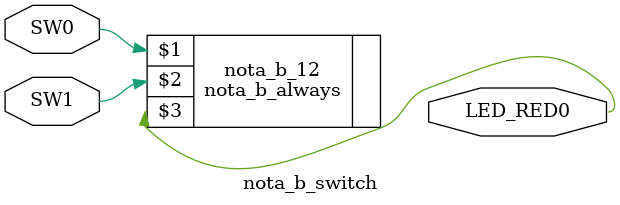
<source format=v>
module nota_b_switch(
	input wire SW0,
	input wire SW1,
	output LED_RED0 );
	
	nota_b_always nota_b_12(SW0, SW1, LED_RED0);
	
endmodule
</source>
